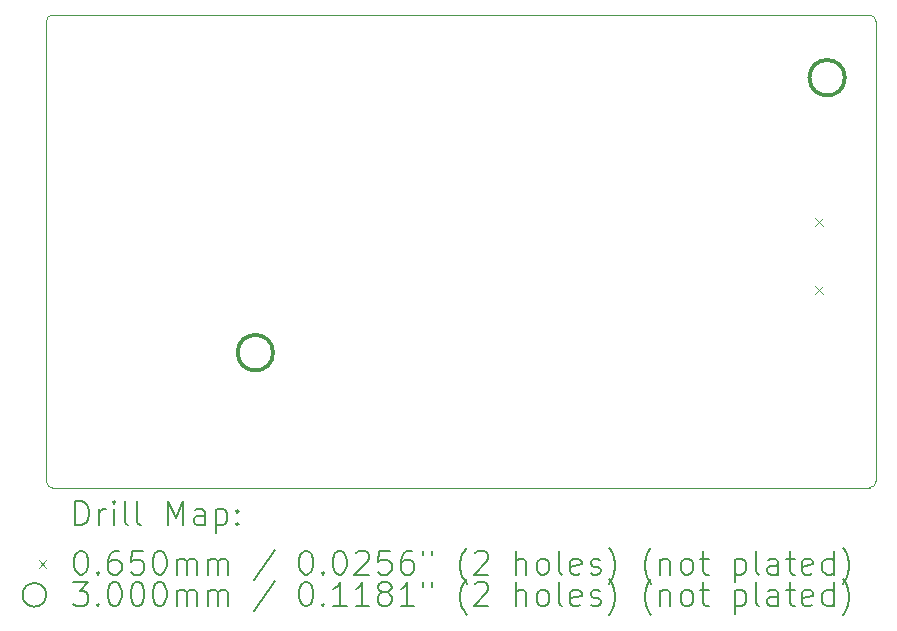
<source format=gbr>
%TF.GenerationSoftware,KiCad,Pcbnew,7.0.2-0*%
%TF.CreationDate,2023-05-07T22:08:23-05:00*%
%TF.ProjectId,spudglo_driver_v4p3,73707564-676c-46f5-9f64-72697665725f,rev?*%
%TF.SameCoordinates,Original*%
%TF.FileFunction,Drillmap*%
%TF.FilePolarity,Positive*%
%FSLAX45Y45*%
G04 Gerber Fmt 4.5, Leading zero omitted, Abs format (unit mm)*
G04 Created by KiCad (PCBNEW 7.0.2-0) date 2023-05-07 22:08:23*
%MOMM*%
%LPD*%
G01*
G04 APERTURE LIST*
%ADD10C,0.050000*%
%ADD11C,0.200000*%
%ADD12C,0.065000*%
%ADD13C,0.300000*%
G04 APERTURE END LIST*
D10*
X26488000Y-8750000D02*
X19568517Y-8751013D01*
X19567638Y-4748072D02*
X26487557Y-4748182D01*
X26540555Y-4802982D02*
G75*
G03*
X26487557Y-4748182I-55335J-488D01*
G01*
X19567638Y-4748072D02*
G75*
G03*
X19517638Y-4798872I2J-50008D01*
G01*
X19517638Y-4798872D02*
X19517717Y-8702013D01*
X26540557Y-4802982D02*
X26541000Y-8697000D01*
X26488000Y-8750000D02*
G75*
G03*
X26541000Y-8697000I-2350J55350D01*
G01*
X19517722Y-8702012D02*
G75*
G03*
X19568517Y-8751012I50008J1012D01*
G01*
D11*
D12*
X26028500Y-6465500D02*
X26093500Y-6530500D01*
X26093500Y-6465500D02*
X26028500Y-6530500D01*
X26028500Y-7043500D02*
X26093500Y-7108500D01*
X26093500Y-7043500D02*
X26028500Y-7108500D01*
D13*
X21436000Y-7607000D02*
G75*
G03*
X21436000Y-7607000I-150000J0D01*
G01*
X26277000Y-5279000D02*
G75*
G03*
X26277000Y-5279000I-150000J0D01*
G01*
D11*
X19762751Y-9066043D02*
X19762751Y-8866043D01*
X19762751Y-8866043D02*
X19810370Y-8866043D01*
X19810370Y-8866043D02*
X19838941Y-8875566D01*
X19838941Y-8875566D02*
X19857989Y-8894614D01*
X19857989Y-8894614D02*
X19867513Y-8913662D01*
X19867513Y-8913662D02*
X19877036Y-8951757D01*
X19877036Y-8951757D02*
X19877036Y-8980328D01*
X19877036Y-8980328D02*
X19867513Y-9018423D01*
X19867513Y-9018423D02*
X19857989Y-9037471D01*
X19857989Y-9037471D02*
X19838941Y-9056519D01*
X19838941Y-9056519D02*
X19810370Y-9066043D01*
X19810370Y-9066043D02*
X19762751Y-9066043D01*
X19962751Y-9066043D02*
X19962751Y-8932709D01*
X19962751Y-8970804D02*
X19972275Y-8951757D01*
X19972275Y-8951757D02*
X19981798Y-8942233D01*
X19981798Y-8942233D02*
X20000846Y-8932709D01*
X20000846Y-8932709D02*
X20019894Y-8932709D01*
X20086560Y-9066043D02*
X20086560Y-8932709D01*
X20086560Y-8866043D02*
X20077036Y-8875566D01*
X20077036Y-8875566D02*
X20086560Y-8885090D01*
X20086560Y-8885090D02*
X20096084Y-8875566D01*
X20096084Y-8875566D02*
X20086560Y-8866043D01*
X20086560Y-8866043D02*
X20086560Y-8885090D01*
X20210370Y-9066043D02*
X20191322Y-9056519D01*
X20191322Y-9056519D02*
X20181798Y-9037471D01*
X20181798Y-9037471D02*
X20181798Y-8866043D01*
X20315132Y-9066043D02*
X20296084Y-9056519D01*
X20296084Y-9056519D02*
X20286560Y-9037471D01*
X20286560Y-9037471D02*
X20286560Y-8866043D01*
X20543703Y-9066043D02*
X20543703Y-8866043D01*
X20543703Y-8866043D02*
X20610370Y-9008900D01*
X20610370Y-9008900D02*
X20677036Y-8866043D01*
X20677036Y-8866043D02*
X20677036Y-9066043D01*
X20857989Y-9066043D02*
X20857989Y-8961281D01*
X20857989Y-8961281D02*
X20848465Y-8942233D01*
X20848465Y-8942233D02*
X20829417Y-8932709D01*
X20829417Y-8932709D02*
X20791322Y-8932709D01*
X20791322Y-8932709D02*
X20772275Y-8942233D01*
X20857989Y-9056519D02*
X20838941Y-9066043D01*
X20838941Y-9066043D02*
X20791322Y-9066043D01*
X20791322Y-9066043D02*
X20772275Y-9056519D01*
X20772275Y-9056519D02*
X20762751Y-9037471D01*
X20762751Y-9037471D02*
X20762751Y-9018423D01*
X20762751Y-9018423D02*
X20772275Y-8999376D01*
X20772275Y-8999376D02*
X20791322Y-8989852D01*
X20791322Y-8989852D02*
X20838941Y-8989852D01*
X20838941Y-8989852D02*
X20857989Y-8980328D01*
X20953227Y-8932709D02*
X20953227Y-9132709D01*
X20953227Y-8942233D02*
X20972275Y-8932709D01*
X20972275Y-8932709D02*
X21010370Y-8932709D01*
X21010370Y-8932709D02*
X21029417Y-8942233D01*
X21029417Y-8942233D02*
X21038941Y-8951757D01*
X21038941Y-8951757D02*
X21048465Y-8970804D01*
X21048465Y-8970804D02*
X21048465Y-9027947D01*
X21048465Y-9027947D02*
X21038941Y-9046995D01*
X21038941Y-9046995D02*
X21029417Y-9056519D01*
X21029417Y-9056519D02*
X21010370Y-9066043D01*
X21010370Y-9066043D02*
X20972275Y-9066043D01*
X20972275Y-9066043D02*
X20953227Y-9056519D01*
X21134179Y-9046995D02*
X21143703Y-9056519D01*
X21143703Y-9056519D02*
X21134179Y-9066043D01*
X21134179Y-9066043D02*
X21124656Y-9056519D01*
X21124656Y-9056519D02*
X21134179Y-9046995D01*
X21134179Y-9046995D02*
X21134179Y-9066043D01*
X21134179Y-8942233D02*
X21143703Y-8951757D01*
X21143703Y-8951757D02*
X21134179Y-8961281D01*
X21134179Y-8961281D02*
X21124656Y-8951757D01*
X21124656Y-8951757D02*
X21134179Y-8942233D01*
X21134179Y-8942233D02*
X21134179Y-8961281D01*
D12*
X19450132Y-9361019D02*
X19515132Y-9426019D01*
X19515132Y-9361019D02*
X19450132Y-9426019D01*
D11*
X19800846Y-9286043D02*
X19819894Y-9286043D01*
X19819894Y-9286043D02*
X19838941Y-9295566D01*
X19838941Y-9295566D02*
X19848465Y-9305090D01*
X19848465Y-9305090D02*
X19857989Y-9324138D01*
X19857989Y-9324138D02*
X19867513Y-9362233D01*
X19867513Y-9362233D02*
X19867513Y-9409852D01*
X19867513Y-9409852D02*
X19857989Y-9447947D01*
X19857989Y-9447947D02*
X19848465Y-9466995D01*
X19848465Y-9466995D02*
X19838941Y-9476519D01*
X19838941Y-9476519D02*
X19819894Y-9486043D01*
X19819894Y-9486043D02*
X19800846Y-9486043D01*
X19800846Y-9486043D02*
X19781798Y-9476519D01*
X19781798Y-9476519D02*
X19772275Y-9466995D01*
X19772275Y-9466995D02*
X19762751Y-9447947D01*
X19762751Y-9447947D02*
X19753227Y-9409852D01*
X19753227Y-9409852D02*
X19753227Y-9362233D01*
X19753227Y-9362233D02*
X19762751Y-9324138D01*
X19762751Y-9324138D02*
X19772275Y-9305090D01*
X19772275Y-9305090D02*
X19781798Y-9295566D01*
X19781798Y-9295566D02*
X19800846Y-9286043D01*
X19953227Y-9466995D02*
X19962751Y-9476519D01*
X19962751Y-9476519D02*
X19953227Y-9486043D01*
X19953227Y-9486043D02*
X19943703Y-9476519D01*
X19943703Y-9476519D02*
X19953227Y-9466995D01*
X19953227Y-9466995D02*
X19953227Y-9486043D01*
X20134179Y-9286043D02*
X20096084Y-9286043D01*
X20096084Y-9286043D02*
X20077036Y-9295566D01*
X20077036Y-9295566D02*
X20067513Y-9305090D01*
X20067513Y-9305090D02*
X20048465Y-9333662D01*
X20048465Y-9333662D02*
X20038941Y-9371757D01*
X20038941Y-9371757D02*
X20038941Y-9447947D01*
X20038941Y-9447947D02*
X20048465Y-9466995D01*
X20048465Y-9466995D02*
X20057989Y-9476519D01*
X20057989Y-9476519D02*
X20077036Y-9486043D01*
X20077036Y-9486043D02*
X20115132Y-9486043D01*
X20115132Y-9486043D02*
X20134179Y-9476519D01*
X20134179Y-9476519D02*
X20143703Y-9466995D01*
X20143703Y-9466995D02*
X20153227Y-9447947D01*
X20153227Y-9447947D02*
X20153227Y-9400328D01*
X20153227Y-9400328D02*
X20143703Y-9381281D01*
X20143703Y-9381281D02*
X20134179Y-9371757D01*
X20134179Y-9371757D02*
X20115132Y-9362233D01*
X20115132Y-9362233D02*
X20077036Y-9362233D01*
X20077036Y-9362233D02*
X20057989Y-9371757D01*
X20057989Y-9371757D02*
X20048465Y-9381281D01*
X20048465Y-9381281D02*
X20038941Y-9400328D01*
X20334179Y-9286043D02*
X20238941Y-9286043D01*
X20238941Y-9286043D02*
X20229417Y-9381281D01*
X20229417Y-9381281D02*
X20238941Y-9371757D01*
X20238941Y-9371757D02*
X20257989Y-9362233D01*
X20257989Y-9362233D02*
X20305608Y-9362233D01*
X20305608Y-9362233D02*
X20324656Y-9371757D01*
X20324656Y-9371757D02*
X20334179Y-9381281D01*
X20334179Y-9381281D02*
X20343703Y-9400328D01*
X20343703Y-9400328D02*
X20343703Y-9447947D01*
X20343703Y-9447947D02*
X20334179Y-9466995D01*
X20334179Y-9466995D02*
X20324656Y-9476519D01*
X20324656Y-9476519D02*
X20305608Y-9486043D01*
X20305608Y-9486043D02*
X20257989Y-9486043D01*
X20257989Y-9486043D02*
X20238941Y-9476519D01*
X20238941Y-9476519D02*
X20229417Y-9466995D01*
X20467513Y-9286043D02*
X20486560Y-9286043D01*
X20486560Y-9286043D02*
X20505608Y-9295566D01*
X20505608Y-9295566D02*
X20515132Y-9305090D01*
X20515132Y-9305090D02*
X20524656Y-9324138D01*
X20524656Y-9324138D02*
X20534179Y-9362233D01*
X20534179Y-9362233D02*
X20534179Y-9409852D01*
X20534179Y-9409852D02*
X20524656Y-9447947D01*
X20524656Y-9447947D02*
X20515132Y-9466995D01*
X20515132Y-9466995D02*
X20505608Y-9476519D01*
X20505608Y-9476519D02*
X20486560Y-9486043D01*
X20486560Y-9486043D02*
X20467513Y-9486043D01*
X20467513Y-9486043D02*
X20448465Y-9476519D01*
X20448465Y-9476519D02*
X20438941Y-9466995D01*
X20438941Y-9466995D02*
X20429417Y-9447947D01*
X20429417Y-9447947D02*
X20419894Y-9409852D01*
X20419894Y-9409852D02*
X20419894Y-9362233D01*
X20419894Y-9362233D02*
X20429417Y-9324138D01*
X20429417Y-9324138D02*
X20438941Y-9305090D01*
X20438941Y-9305090D02*
X20448465Y-9295566D01*
X20448465Y-9295566D02*
X20467513Y-9286043D01*
X20619894Y-9486043D02*
X20619894Y-9352709D01*
X20619894Y-9371757D02*
X20629417Y-9362233D01*
X20629417Y-9362233D02*
X20648465Y-9352709D01*
X20648465Y-9352709D02*
X20677037Y-9352709D01*
X20677037Y-9352709D02*
X20696084Y-9362233D01*
X20696084Y-9362233D02*
X20705608Y-9381281D01*
X20705608Y-9381281D02*
X20705608Y-9486043D01*
X20705608Y-9381281D02*
X20715132Y-9362233D01*
X20715132Y-9362233D02*
X20734179Y-9352709D01*
X20734179Y-9352709D02*
X20762751Y-9352709D01*
X20762751Y-9352709D02*
X20781798Y-9362233D01*
X20781798Y-9362233D02*
X20791322Y-9381281D01*
X20791322Y-9381281D02*
X20791322Y-9486043D01*
X20886560Y-9486043D02*
X20886560Y-9352709D01*
X20886560Y-9371757D02*
X20896084Y-9362233D01*
X20896084Y-9362233D02*
X20915132Y-9352709D01*
X20915132Y-9352709D02*
X20943703Y-9352709D01*
X20943703Y-9352709D02*
X20962751Y-9362233D01*
X20962751Y-9362233D02*
X20972275Y-9381281D01*
X20972275Y-9381281D02*
X20972275Y-9486043D01*
X20972275Y-9381281D02*
X20981798Y-9362233D01*
X20981798Y-9362233D02*
X21000846Y-9352709D01*
X21000846Y-9352709D02*
X21029417Y-9352709D01*
X21029417Y-9352709D02*
X21048465Y-9362233D01*
X21048465Y-9362233D02*
X21057989Y-9381281D01*
X21057989Y-9381281D02*
X21057989Y-9486043D01*
X21448465Y-9276519D02*
X21277037Y-9533662D01*
X21705608Y-9286043D02*
X21724656Y-9286043D01*
X21724656Y-9286043D02*
X21743703Y-9295566D01*
X21743703Y-9295566D02*
X21753227Y-9305090D01*
X21753227Y-9305090D02*
X21762751Y-9324138D01*
X21762751Y-9324138D02*
X21772275Y-9362233D01*
X21772275Y-9362233D02*
X21772275Y-9409852D01*
X21772275Y-9409852D02*
X21762751Y-9447947D01*
X21762751Y-9447947D02*
X21753227Y-9466995D01*
X21753227Y-9466995D02*
X21743703Y-9476519D01*
X21743703Y-9476519D02*
X21724656Y-9486043D01*
X21724656Y-9486043D02*
X21705608Y-9486043D01*
X21705608Y-9486043D02*
X21686560Y-9476519D01*
X21686560Y-9476519D02*
X21677037Y-9466995D01*
X21677037Y-9466995D02*
X21667513Y-9447947D01*
X21667513Y-9447947D02*
X21657989Y-9409852D01*
X21657989Y-9409852D02*
X21657989Y-9362233D01*
X21657989Y-9362233D02*
X21667513Y-9324138D01*
X21667513Y-9324138D02*
X21677037Y-9305090D01*
X21677037Y-9305090D02*
X21686560Y-9295566D01*
X21686560Y-9295566D02*
X21705608Y-9286043D01*
X21857989Y-9466995D02*
X21867513Y-9476519D01*
X21867513Y-9476519D02*
X21857989Y-9486043D01*
X21857989Y-9486043D02*
X21848465Y-9476519D01*
X21848465Y-9476519D02*
X21857989Y-9466995D01*
X21857989Y-9466995D02*
X21857989Y-9486043D01*
X21991322Y-9286043D02*
X22010370Y-9286043D01*
X22010370Y-9286043D02*
X22029418Y-9295566D01*
X22029418Y-9295566D02*
X22038941Y-9305090D01*
X22038941Y-9305090D02*
X22048465Y-9324138D01*
X22048465Y-9324138D02*
X22057989Y-9362233D01*
X22057989Y-9362233D02*
X22057989Y-9409852D01*
X22057989Y-9409852D02*
X22048465Y-9447947D01*
X22048465Y-9447947D02*
X22038941Y-9466995D01*
X22038941Y-9466995D02*
X22029418Y-9476519D01*
X22029418Y-9476519D02*
X22010370Y-9486043D01*
X22010370Y-9486043D02*
X21991322Y-9486043D01*
X21991322Y-9486043D02*
X21972275Y-9476519D01*
X21972275Y-9476519D02*
X21962751Y-9466995D01*
X21962751Y-9466995D02*
X21953227Y-9447947D01*
X21953227Y-9447947D02*
X21943703Y-9409852D01*
X21943703Y-9409852D02*
X21943703Y-9362233D01*
X21943703Y-9362233D02*
X21953227Y-9324138D01*
X21953227Y-9324138D02*
X21962751Y-9305090D01*
X21962751Y-9305090D02*
X21972275Y-9295566D01*
X21972275Y-9295566D02*
X21991322Y-9286043D01*
X22134180Y-9305090D02*
X22143703Y-9295566D01*
X22143703Y-9295566D02*
X22162751Y-9286043D01*
X22162751Y-9286043D02*
X22210370Y-9286043D01*
X22210370Y-9286043D02*
X22229418Y-9295566D01*
X22229418Y-9295566D02*
X22238941Y-9305090D01*
X22238941Y-9305090D02*
X22248465Y-9324138D01*
X22248465Y-9324138D02*
X22248465Y-9343185D01*
X22248465Y-9343185D02*
X22238941Y-9371757D01*
X22238941Y-9371757D02*
X22124656Y-9486043D01*
X22124656Y-9486043D02*
X22248465Y-9486043D01*
X22429418Y-9286043D02*
X22334180Y-9286043D01*
X22334180Y-9286043D02*
X22324656Y-9381281D01*
X22324656Y-9381281D02*
X22334180Y-9371757D01*
X22334180Y-9371757D02*
X22353227Y-9362233D01*
X22353227Y-9362233D02*
X22400846Y-9362233D01*
X22400846Y-9362233D02*
X22419894Y-9371757D01*
X22419894Y-9371757D02*
X22429418Y-9381281D01*
X22429418Y-9381281D02*
X22438941Y-9400328D01*
X22438941Y-9400328D02*
X22438941Y-9447947D01*
X22438941Y-9447947D02*
X22429418Y-9466995D01*
X22429418Y-9466995D02*
X22419894Y-9476519D01*
X22419894Y-9476519D02*
X22400846Y-9486043D01*
X22400846Y-9486043D02*
X22353227Y-9486043D01*
X22353227Y-9486043D02*
X22334180Y-9476519D01*
X22334180Y-9476519D02*
X22324656Y-9466995D01*
X22610370Y-9286043D02*
X22572275Y-9286043D01*
X22572275Y-9286043D02*
X22553227Y-9295566D01*
X22553227Y-9295566D02*
X22543703Y-9305090D01*
X22543703Y-9305090D02*
X22524656Y-9333662D01*
X22524656Y-9333662D02*
X22515132Y-9371757D01*
X22515132Y-9371757D02*
X22515132Y-9447947D01*
X22515132Y-9447947D02*
X22524656Y-9466995D01*
X22524656Y-9466995D02*
X22534179Y-9476519D01*
X22534179Y-9476519D02*
X22553227Y-9486043D01*
X22553227Y-9486043D02*
X22591322Y-9486043D01*
X22591322Y-9486043D02*
X22610370Y-9476519D01*
X22610370Y-9476519D02*
X22619894Y-9466995D01*
X22619894Y-9466995D02*
X22629418Y-9447947D01*
X22629418Y-9447947D02*
X22629418Y-9400328D01*
X22629418Y-9400328D02*
X22619894Y-9381281D01*
X22619894Y-9381281D02*
X22610370Y-9371757D01*
X22610370Y-9371757D02*
X22591322Y-9362233D01*
X22591322Y-9362233D02*
X22553227Y-9362233D01*
X22553227Y-9362233D02*
X22534179Y-9371757D01*
X22534179Y-9371757D02*
X22524656Y-9381281D01*
X22524656Y-9381281D02*
X22515132Y-9400328D01*
X22705608Y-9286043D02*
X22705608Y-9324138D01*
X22781799Y-9286043D02*
X22781799Y-9324138D01*
X23077037Y-9562233D02*
X23067513Y-9552709D01*
X23067513Y-9552709D02*
X23048465Y-9524138D01*
X23048465Y-9524138D02*
X23038941Y-9505090D01*
X23038941Y-9505090D02*
X23029418Y-9476519D01*
X23029418Y-9476519D02*
X23019894Y-9428900D01*
X23019894Y-9428900D02*
X23019894Y-9390804D01*
X23019894Y-9390804D02*
X23029418Y-9343185D01*
X23029418Y-9343185D02*
X23038941Y-9314614D01*
X23038941Y-9314614D02*
X23048465Y-9295566D01*
X23048465Y-9295566D02*
X23067513Y-9266995D01*
X23067513Y-9266995D02*
X23077037Y-9257471D01*
X23143703Y-9305090D02*
X23153227Y-9295566D01*
X23153227Y-9295566D02*
X23172275Y-9286043D01*
X23172275Y-9286043D02*
X23219894Y-9286043D01*
X23219894Y-9286043D02*
X23238941Y-9295566D01*
X23238941Y-9295566D02*
X23248465Y-9305090D01*
X23248465Y-9305090D02*
X23257989Y-9324138D01*
X23257989Y-9324138D02*
X23257989Y-9343185D01*
X23257989Y-9343185D02*
X23248465Y-9371757D01*
X23248465Y-9371757D02*
X23134180Y-9486043D01*
X23134180Y-9486043D02*
X23257989Y-9486043D01*
X23496084Y-9486043D02*
X23496084Y-9286043D01*
X23581799Y-9486043D02*
X23581799Y-9381281D01*
X23581799Y-9381281D02*
X23572275Y-9362233D01*
X23572275Y-9362233D02*
X23553227Y-9352709D01*
X23553227Y-9352709D02*
X23524656Y-9352709D01*
X23524656Y-9352709D02*
X23505608Y-9362233D01*
X23505608Y-9362233D02*
X23496084Y-9371757D01*
X23705608Y-9486043D02*
X23686561Y-9476519D01*
X23686561Y-9476519D02*
X23677037Y-9466995D01*
X23677037Y-9466995D02*
X23667513Y-9447947D01*
X23667513Y-9447947D02*
X23667513Y-9390804D01*
X23667513Y-9390804D02*
X23677037Y-9371757D01*
X23677037Y-9371757D02*
X23686561Y-9362233D01*
X23686561Y-9362233D02*
X23705608Y-9352709D01*
X23705608Y-9352709D02*
X23734180Y-9352709D01*
X23734180Y-9352709D02*
X23753227Y-9362233D01*
X23753227Y-9362233D02*
X23762751Y-9371757D01*
X23762751Y-9371757D02*
X23772275Y-9390804D01*
X23772275Y-9390804D02*
X23772275Y-9447947D01*
X23772275Y-9447947D02*
X23762751Y-9466995D01*
X23762751Y-9466995D02*
X23753227Y-9476519D01*
X23753227Y-9476519D02*
X23734180Y-9486043D01*
X23734180Y-9486043D02*
X23705608Y-9486043D01*
X23886561Y-9486043D02*
X23867513Y-9476519D01*
X23867513Y-9476519D02*
X23857989Y-9457471D01*
X23857989Y-9457471D02*
X23857989Y-9286043D01*
X24038942Y-9476519D02*
X24019894Y-9486043D01*
X24019894Y-9486043D02*
X23981799Y-9486043D01*
X23981799Y-9486043D02*
X23962751Y-9476519D01*
X23962751Y-9476519D02*
X23953227Y-9457471D01*
X23953227Y-9457471D02*
X23953227Y-9381281D01*
X23953227Y-9381281D02*
X23962751Y-9362233D01*
X23962751Y-9362233D02*
X23981799Y-9352709D01*
X23981799Y-9352709D02*
X24019894Y-9352709D01*
X24019894Y-9352709D02*
X24038942Y-9362233D01*
X24038942Y-9362233D02*
X24048465Y-9381281D01*
X24048465Y-9381281D02*
X24048465Y-9400328D01*
X24048465Y-9400328D02*
X23953227Y-9419376D01*
X24124656Y-9476519D02*
X24143703Y-9486043D01*
X24143703Y-9486043D02*
X24181799Y-9486043D01*
X24181799Y-9486043D02*
X24200846Y-9476519D01*
X24200846Y-9476519D02*
X24210370Y-9457471D01*
X24210370Y-9457471D02*
X24210370Y-9447947D01*
X24210370Y-9447947D02*
X24200846Y-9428900D01*
X24200846Y-9428900D02*
X24181799Y-9419376D01*
X24181799Y-9419376D02*
X24153227Y-9419376D01*
X24153227Y-9419376D02*
X24134180Y-9409852D01*
X24134180Y-9409852D02*
X24124656Y-9390804D01*
X24124656Y-9390804D02*
X24124656Y-9381281D01*
X24124656Y-9381281D02*
X24134180Y-9362233D01*
X24134180Y-9362233D02*
X24153227Y-9352709D01*
X24153227Y-9352709D02*
X24181799Y-9352709D01*
X24181799Y-9352709D02*
X24200846Y-9362233D01*
X24277037Y-9562233D02*
X24286561Y-9552709D01*
X24286561Y-9552709D02*
X24305608Y-9524138D01*
X24305608Y-9524138D02*
X24315132Y-9505090D01*
X24315132Y-9505090D02*
X24324656Y-9476519D01*
X24324656Y-9476519D02*
X24334180Y-9428900D01*
X24334180Y-9428900D02*
X24334180Y-9390804D01*
X24334180Y-9390804D02*
X24324656Y-9343185D01*
X24324656Y-9343185D02*
X24315132Y-9314614D01*
X24315132Y-9314614D02*
X24305608Y-9295566D01*
X24305608Y-9295566D02*
X24286561Y-9266995D01*
X24286561Y-9266995D02*
X24277037Y-9257471D01*
X24638942Y-9562233D02*
X24629418Y-9552709D01*
X24629418Y-9552709D02*
X24610370Y-9524138D01*
X24610370Y-9524138D02*
X24600846Y-9505090D01*
X24600846Y-9505090D02*
X24591323Y-9476519D01*
X24591323Y-9476519D02*
X24581799Y-9428900D01*
X24581799Y-9428900D02*
X24581799Y-9390804D01*
X24581799Y-9390804D02*
X24591323Y-9343185D01*
X24591323Y-9343185D02*
X24600846Y-9314614D01*
X24600846Y-9314614D02*
X24610370Y-9295566D01*
X24610370Y-9295566D02*
X24629418Y-9266995D01*
X24629418Y-9266995D02*
X24638942Y-9257471D01*
X24715132Y-9352709D02*
X24715132Y-9486043D01*
X24715132Y-9371757D02*
X24724656Y-9362233D01*
X24724656Y-9362233D02*
X24743703Y-9352709D01*
X24743703Y-9352709D02*
X24772275Y-9352709D01*
X24772275Y-9352709D02*
X24791323Y-9362233D01*
X24791323Y-9362233D02*
X24800846Y-9381281D01*
X24800846Y-9381281D02*
X24800846Y-9486043D01*
X24924656Y-9486043D02*
X24905608Y-9476519D01*
X24905608Y-9476519D02*
X24896084Y-9466995D01*
X24896084Y-9466995D02*
X24886561Y-9447947D01*
X24886561Y-9447947D02*
X24886561Y-9390804D01*
X24886561Y-9390804D02*
X24896084Y-9371757D01*
X24896084Y-9371757D02*
X24905608Y-9362233D01*
X24905608Y-9362233D02*
X24924656Y-9352709D01*
X24924656Y-9352709D02*
X24953227Y-9352709D01*
X24953227Y-9352709D02*
X24972275Y-9362233D01*
X24972275Y-9362233D02*
X24981799Y-9371757D01*
X24981799Y-9371757D02*
X24991323Y-9390804D01*
X24991323Y-9390804D02*
X24991323Y-9447947D01*
X24991323Y-9447947D02*
X24981799Y-9466995D01*
X24981799Y-9466995D02*
X24972275Y-9476519D01*
X24972275Y-9476519D02*
X24953227Y-9486043D01*
X24953227Y-9486043D02*
X24924656Y-9486043D01*
X25048465Y-9352709D02*
X25124656Y-9352709D01*
X25077037Y-9286043D02*
X25077037Y-9457471D01*
X25077037Y-9457471D02*
X25086561Y-9476519D01*
X25086561Y-9476519D02*
X25105608Y-9486043D01*
X25105608Y-9486043D02*
X25124656Y-9486043D01*
X25343704Y-9352709D02*
X25343704Y-9552709D01*
X25343704Y-9362233D02*
X25362751Y-9352709D01*
X25362751Y-9352709D02*
X25400846Y-9352709D01*
X25400846Y-9352709D02*
X25419894Y-9362233D01*
X25419894Y-9362233D02*
X25429418Y-9371757D01*
X25429418Y-9371757D02*
X25438942Y-9390804D01*
X25438942Y-9390804D02*
X25438942Y-9447947D01*
X25438942Y-9447947D02*
X25429418Y-9466995D01*
X25429418Y-9466995D02*
X25419894Y-9476519D01*
X25419894Y-9476519D02*
X25400846Y-9486043D01*
X25400846Y-9486043D02*
X25362751Y-9486043D01*
X25362751Y-9486043D02*
X25343704Y-9476519D01*
X25553227Y-9486043D02*
X25534180Y-9476519D01*
X25534180Y-9476519D02*
X25524656Y-9457471D01*
X25524656Y-9457471D02*
X25524656Y-9286043D01*
X25715132Y-9486043D02*
X25715132Y-9381281D01*
X25715132Y-9381281D02*
X25705608Y-9362233D01*
X25705608Y-9362233D02*
X25686561Y-9352709D01*
X25686561Y-9352709D02*
X25648465Y-9352709D01*
X25648465Y-9352709D02*
X25629418Y-9362233D01*
X25715132Y-9476519D02*
X25696085Y-9486043D01*
X25696085Y-9486043D02*
X25648465Y-9486043D01*
X25648465Y-9486043D02*
X25629418Y-9476519D01*
X25629418Y-9476519D02*
X25619894Y-9457471D01*
X25619894Y-9457471D02*
X25619894Y-9438423D01*
X25619894Y-9438423D02*
X25629418Y-9419376D01*
X25629418Y-9419376D02*
X25648465Y-9409852D01*
X25648465Y-9409852D02*
X25696085Y-9409852D01*
X25696085Y-9409852D02*
X25715132Y-9400328D01*
X25781799Y-9352709D02*
X25857989Y-9352709D01*
X25810370Y-9286043D02*
X25810370Y-9457471D01*
X25810370Y-9457471D02*
X25819894Y-9476519D01*
X25819894Y-9476519D02*
X25838942Y-9486043D01*
X25838942Y-9486043D02*
X25857989Y-9486043D01*
X26000846Y-9476519D02*
X25981799Y-9486043D01*
X25981799Y-9486043D02*
X25943704Y-9486043D01*
X25943704Y-9486043D02*
X25924656Y-9476519D01*
X25924656Y-9476519D02*
X25915132Y-9457471D01*
X25915132Y-9457471D02*
X25915132Y-9381281D01*
X25915132Y-9381281D02*
X25924656Y-9362233D01*
X25924656Y-9362233D02*
X25943704Y-9352709D01*
X25943704Y-9352709D02*
X25981799Y-9352709D01*
X25981799Y-9352709D02*
X26000846Y-9362233D01*
X26000846Y-9362233D02*
X26010370Y-9381281D01*
X26010370Y-9381281D02*
X26010370Y-9400328D01*
X26010370Y-9400328D02*
X25915132Y-9419376D01*
X26181799Y-9486043D02*
X26181799Y-9286043D01*
X26181799Y-9476519D02*
X26162751Y-9486043D01*
X26162751Y-9486043D02*
X26124656Y-9486043D01*
X26124656Y-9486043D02*
X26105608Y-9476519D01*
X26105608Y-9476519D02*
X26096085Y-9466995D01*
X26096085Y-9466995D02*
X26086561Y-9447947D01*
X26086561Y-9447947D02*
X26086561Y-9390804D01*
X26086561Y-9390804D02*
X26096085Y-9371757D01*
X26096085Y-9371757D02*
X26105608Y-9362233D01*
X26105608Y-9362233D02*
X26124656Y-9352709D01*
X26124656Y-9352709D02*
X26162751Y-9352709D01*
X26162751Y-9352709D02*
X26181799Y-9362233D01*
X26257989Y-9562233D02*
X26267513Y-9552709D01*
X26267513Y-9552709D02*
X26286561Y-9524138D01*
X26286561Y-9524138D02*
X26296085Y-9505090D01*
X26296085Y-9505090D02*
X26305608Y-9476519D01*
X26305608Y-9476519D02*
X26315132Y-9428900D01*
X26315132Y-9428900D02*
X26315132Y-9390804D01*
X26315132Y-9390804D02*
X26305608Y-9343185D01*
X26305608Y-9343185D02*
X26296085Y-9314614D01*
X26296085Y-9314614D02*
X26286561Y-9295566D01*
X26286561Y-9295566D02*
X26267513Y-9266995D01*
X26267513Y-9266995D02*
X26257989Y-9257471D01*
X19515132Y-9657519D02*
G75*
G03*
X19515132Y-9657519I-100000J0D01*
G01*
X19743703Y-9550043D02*
X19867513Y-9550043D01*
X19867513Y-9550043D02*
X19800846Y-9626233D01*
X19800846Y-9626233D02*
X19829417Y-9626233D01*
X19829417Y-9626233D02*
X19848465Y-9635757D01*
X19848465Y-9635757D02*
X19857989Y-9645281D01*
X19857989Y-9645281D02*
X19867513Y-9664328D01*
X19867513Y-9664328D02*
X19867513Y-9711947D01*
X19867513Y-9711947D02*
X19857989Y-9730995D01*
X19857989Y-9730995D02*
X19848465Y-9740519D01*
X19848465Y-9740519D02*
X19829417Y-9750043D01*
X19829417Y-9750043D02*
X19772275Y-9750043D01*
X19772275Y-9750043D02*
X19753227Y-9740519D01*
X19753227Y-9740519D02*
X19743703Y-9730995D01*
X19953227Y-9730995D02*
X19962751Y-9740519D01*
X19962751Y-9740519D02*
X19953227Y-9750043D01*
X19953227Y-9750043D02*
X19943703Y-9740519D01*
X19943703Y-9740519D02*
X19953227Y-9730995D01*
X19953227Y-9730995D02*
X19953227Y-9750043D01*
X20086560Y-9550043D02*
X20105608Y-9550043D01*
X20105608Y-9550043D02*
X20124656Y-9559566D01*
X20124656Y-9559566D02*
X20134179Y-9569090D01*
X20134179Y-9569090D02*
X20143703Y-9588138D01*
X20143703Y-9588138D02*
X20153227Y-9626233D01*
X20153227Y-9626233D02*
X20153227Y-9673852D01*
X20153227Y-9673852D02*
X20143703Y-9711947D01*
X20143703Y-9711947D02*
X20134179Y-9730995D01*
X20134179Y-9730995D02*
X20124656Y-9740519D01*
X20124656Y-9740519D02*
X20105608Y-9750043D01*
X20105608Y-9750043D02*
X20086560Y-9750043D01*
X20086560Y-9750043D02*
X20067513Y-9740519D01*
X20067513Y-9740519D02*
X20057989Y-9730995D01*
X20057989Y-9730995D02*
X20048465Y-9711947D01*
X20048465Y-9711947D02*
X20038941Y-9673852D01*
X20038941Y-9673852D02*
X20038941Y-9626233D01*
X20038941Y-9626233D02*
X20048465Y-9588138D01*
X20048465Y-9588138D02*
X20057989Y-9569090D01*
X20057989Y-9569090D02*
X20067513Y-9559566D01*
X20067513Y-9559566D02*
X20086560Y-9550043D01*
X20277036Y-9550043D02*
X20296084Y-9550043D01*
X20296084Y-9550043D02*
X20315132Y-9559566D01*
X20315132Y-9559566D02*
X20324656Y-9569090D01*
X20324656Y-9569090D02*
X20334179Y-9588138D01*
X20334179Y-9588138D02*
X20343703Y-9626233D01*
X20343703Y-9626233D02*
X20343703Y-9673852D01*
X20343703Y-9673852D02*
X20334179Y-9711947D01*
X20334179Y-9711947D02*
X20324656Y-9730995D01*
X20324656Y-9730995D02*
X20315132Y-9740519D01*
X20315132Y-9740519D02*
X20296084Y-9750043D01*
X20296084Y-9750043D02*
X20277036Y-9750043D01*
X20277036Y-9750043D02*
X20257989Y-9740519D01*
X20257989Y-9740519D02*
X20248465Y-9730995D01*
X20248465Y-9730995D02*
X20238941Y-9711947D01*
X20238941Y-9711947D02*
X20229417Y-9673852D01*
X20229417Y-9673852D02*
X20229417Y-9626233D01*
X20229417Y-9626233D02*
X20238941Y-9588138D01*
X20238941Y-9588138D02*
X20248465Y-9569090D01*
X20248465Y-9569090D02*
X20257989Y-9559566D01*
X20257989Y-9559566D02*
X20277036Y-9550043D01*
X20467513Y-9550043D02*
X20486560Y-9550043D01*
X20486560Y-9550043D02*
X20505608Y-9559566D01*
X20505608Y-9559566D02*
X20515132Y-9569090D01*
X20515132Y-9569090D02*
X20524656Y-9588138D01*
X20524656Y-9588138D02*
X20534179Y-9626233D01*
X20534179Y-9626233D02*
X20534179Y-9673852D01*
X20534179Y-9673852D02*
X20524656Y-9711947D01*
X20524656Y-9711947D02*
X20515132Y-9730995D01*
X20515132Y-9730995D02*
X20505608Y-9740519D01*
X20505608Y-9740519D02*
X20486560Y-9750043D01*
X20486560Y-9750043D02*
X20467513Y-9750043D01*
X20467513Y-9750043D02*
X20448465Y-9740519D01*
X20448465Y-9740519D02*
X20438941Y-9730995D01*
X20438941Y-9730995D02*
X20429417Y-9711947D01*
X20429417Y-9711947D02*
X20419894Y-9673852D01*
X20419894Y-9673852D02*
X20419894Y-9626233D01*
X20419894Y-9626233D02*
X20429417Y-9588138D01*
X20429417Y-9588138D02*
X20438941Y-9569090D01*
X20438941Y-9569090D02*
X20448465Y-9559566D01*
X20448465Y-9559566D02*
X20467513Y-9550043D01*
X20619894Y-9750043D02*
X20619894Y-9616709D01*
X20619894Y-9635757D02*
X20629417Y-9626233D01*
X20629417Y-9626233D02*
X20648465Y-9616709D01*
X20648465Y-9616709D02*
X20677037Y-9616709D01*
X20677037Y-9616709D02*
X20696084Y-9626233D01*
X20696084Y-9626233D02*
X20705608Y-9645281D01*
X20705608Y-9645281D02*
X20705608Y-9750043D01*
X20705608Y-9645281D02*
X20715132Y-9626233D01*
X20715132Y-9626233D02*
X20734179Y-9616709D01*
X20734179Y-9616709D02*
X20762751Y-9616709D01*
X20762751Y-9616709D02*
X20781798Y-9626233D01*
X20781798Y-9626233D02*
X20791322Y-9645281D01*
X20791322Y-9645281D02*
X20791322Y-9750043D01*
X20886560Y-9750043D02*
X20886560Y-9616709D01*
X20886560Y-9635757D02*
X20896084Y-9626233D01*
X20896084Y-9626233D02*
X20915132Y-9616709D01*
X20915132Y-9616709D02*
X20943703Y-9616709D01*
X20943703Y-9616709D02*
X20962751Y-9626233D01*
X20962751Y-9626233D02*
X20972275Y-9645281D01*
X20972275Y-9645281D02*
X20972275Y-9750043D01*
X20972275Y-9645281D02*
X20981798Y-9626233D01*
X20981798Y-9626233D02*
X21000846Y-9616709D01*
X21000846Y-9616709D02*
X21029417Y-9616709D01*
X21029417Y-9616709D02*
X21048465Y-9626233D01*
X21048465Y-9626233D02*
X21057989Y-9645281D01*
X21057989Y-9645281D02*
X21057989Y-9750043D01*
X21448465Y-9540519D02*
X21277037Y-9797662D01*
X21705608Y-9550043D02*
X21724656Y-9550043D01*
X21724656Y-9550043D02*
X21743703Y-9559566D01*
X21743703Y-9559566D02*
X21753227Y-9569090D01*
X21753227Y-9569090D02*
X21762751Y-9588138D01*
X21762751Y-9588138D02*
X21772275Y-9626233D01*
X21772275Y-9626233D02*
X21772275Y-9673852D01*
X21772275Y-9673852D02*
X21762751Y-9711947D01*
X21762751Y-9711947D02*
X21753227Y-9730995D01*
X21753227Y-9730995D02*
X21743703Y-9740519D01*
X21743703Y-9740519D02*
X21724656Y-9750043D01*
X21724656Y-9750043D02*
X21705608Y-9750043D01*
X21705608Y-9750043D02*
X21686560Y-9740519D01*
X21686560Y-9740519D02*
X21677037Y-9730995D01*
X21677037Y-9730995D02*
X21667513Y-9711947D01*
X21667513Y-9711947D02*
X21657989Y-9673852D01*
X21657989Y-9673852D02*
X21657989Y-9626233D01*
X21657989Y-9626233D02*
X21667513Y-9588138D01*
X21667513Y-9588138D02*
X21677037Y-9569090D01*
X21677037Y-9569090D02*
X21686560Y-9559566D01*
X21686560Y-9559566D02*
X21705608Y-9550043D01*
X21857989Y-9730995D02*
X21867513Y-9740519D01*
X21867513Y-9740519D02*
X21857989Y-9750043D01*
X21857989Y-9750043D02*
X21848465Y-9740519D01*
X21848465Y-9740519D02*
X21857989Y-9730995D01*
X21857989Y-9730995D02*
X21857989Y-9750043D01*
X22057989Y-9750043D02*
X21943703Y-9750043D01*
X22000846Y-9750043D02*
X22000846Y-9550043D01*
X22000846Y-9550043D02*
X21981799Y-9578614D01*
X21981799Y-9578614D02*
X21962751Y-9597662D01*
X21962751Y-9597662D02*
X21943703Y-9607185D01*
X22248465Y-9750043D02*
X22134180Y-9750043D01*
X22191322Y-9750043D02*
X22191322Y-9550043D01*
X22191322Y-9550043D02*
X22172275Y-9578614D01*
X22172275Y-9578614D02*
X22153227Y-9597662D01*
X22153227Y-9597662D02*
X22134180Y-9607185D01*
X22362751Y-9635757D02*
X22343703Y-9626233D01*
X22343703Y-9626233D02*
X22334180Y-9616709D01*
X22334180Y-9616709D02*
X22324656Y-9597662D01*
X22324656Y-9597662D02*
X22324656Y-9588138D01*
X22324656Y-9588138D02*
X22334180Y-9569090D01*
X22334180Y-9569090D02*
X22343703Y-9559566D01*
X22343703Y-9559566D02*
X22362751Y-9550043D01*
X22362751Y-9550043D02*
X22400846Y-9550043D01*
X22400846Y-9550043D02*
X22419894Y-9559566D01*
X22419894Y-9559566D02*
X22429418Y-9569090D01*
X22429418Y-9569090D02*
X22438941Y-9588138D01*
X22438941Y-9588138D02*
X22438941Y-9597662D01*
X22438941Y-9597662D02*
X22429418Y-9616709D01*
X22429418Y-9616709D02*
X22419894Y-9626233D01*
X22419894Y-9626233D02*
X22400846Y-9635757D01*
X22400846Y-9635757D02*
X22362751Y-9635757D01*
X22362751Y-9635757D02*
X22343703Y-9645281D01*
X22343703Y-9645281D02*
X22334180Y-9654804D01*
X22334180Y-9654804D02*
X22324656Y-9673852D01*
X22324656Y-9673852D02*
X22324656Y-9711947D01*
X22324656Y-9711947D02*
X22334180Y-9730995D01*
X22334180Y-9730995D02*
X22343703Y-9740519D01*
X22343703Y-9740519D02*
X22362751Y-9750043D01*
X22362751Y-9750043D02*
X22400846Y-9750043D01*
X22400846Y-9750043D02*
X22419894Y-9740519D01*
X22419894Y-9740519D02*
X22429418Y-9730995D01*
X22429418Y-9730995D02*
X22438941Y-9711947D01*
X22438941Y-9711947D02*
X22438941Y-9673852D01*
X22438941Y-9673852D02*
X22429418Y-9654804D01*
X22429418Y-9654804D02*
X22419894Y-9645281D01*
X22419894Y-9645281D02*
X22400846Y-9635757D01*
X22629418Y-9750043D02*
X22515132Y-9750043D01*
X22572275Y-9750043D02*
X22572275Y-9550043D01*
X22572275Y-9550043D02*
X22553227Y-9578614D01*
X22553227Y-9578614D02*
X22534179Y-9597662D01*
X22534179Y-9597662D02*
X22515132Y-9607185D01*
X22705608Y-9550043D02*
X22705608Y-9588138D01*
X22781799Y-9550043D02*
X22781799Y-9588138D01*
X23077037Y-9826233D02*
X23067513Y-9816709D01*
X23067513Y-9816709D02*
X23048465Y-9788138D01*
X23048465Y-9788138D02*
X23038941Y-9769090D01*
X23038941Y-9769090D02*
X23029418Y-9740519D01*
X23029418Y-9740519D02*
X23019894Y-9692900D01*
X23019894Y-9692900D02*
X23019894Y-9654804D01*
X23019894Y-9654804D02*
X23029418Y-9607185D01*
X23029418Y-9607185D02*
X23038941Y-9578614D01*
X23038941Y-9578614D02*
X23048465Y-9559566D01*
X23048465Y-9559566D02*
X23067513Y-9530995D01*
X23067513Y-9530995D02*
X23077037Y-9521471D01*
X23143703Y-9569090D02*
X23153227Y-9559566D01*
X23153227Y-9559566D02*
X23172275Y-9550043D01*
X23172275Y-9550043D02*
X23219894Y-9550043D01*
X23219894Y-9550043D02*
X23238941Y-9559566D01*
X23238941Y-9559566D02*
X23248465Y-9569090D01*
X23248465Y-9569090D02*
X23257989Y-9588138D01*
X23257989Y-9588138D02*
X23257989Y-9607185D01*
X23257989Y-9607185D02*
X23248465Y-9635757D01*
X23248465Y-9635757D02*
X23134180Y-9750043D01*
X23134180Y-9750043D02*
X23257989Y-9750043D01*
X23496084Y-9750043D02*
X23496084Y-9550043D01*
X23581799Y-9750043D02*
X23581799Y-9645281D01*
X23581799Y-9645281D02*
X23572275Y-9626233D01*
X23572275Y-9626233D02*
X23553227Y-9616709D01*
X23553227Y-9616709D02*
X23524656Y-9616709D01*
X23524656Y-9616709D02*
X23505608Y-9626233D01*
X23505608Y-9626233D02*
X23496084Y-9635757D01*
X23705608Y-9750043D02*
X23686561Y-9740519D01*
X23686561Y-9740519D02*
X23677037Y-9730995D01*
X23677037Y-9730995D02*
X23667513Y-9711947D01*
X23667513Y-9711947D02*
X23667513Y-9654804D01*
X23667513Y-9654804D02*
X23677037Y-9635757D01*
X23677037Y-9635757D02*
X23686561Y-9626233D01*
X23686561Y-9626233D02*
X23705608Y-9616709D01*
X23705608Y-9616709D02*
X23734180Y-9616709D01*
X23734180Y-9616709D02*
X23753227Y-9626233D01*
X23753227Y-9626233D02*
X23762751Y-9635757D01*
X23762751Y-9635757D02*
X23772275Y-9654804D01*
X23772275Y-9654804D02*
X23772275Y-9711947D01*
X23772275Y-9711947D02*
X23762751Y-9730995D01*
X23762751Y-9730995D02*
X23753227Y-9740519D01*
X23753227Y-9740519D02*
X23734180Y-9750043D01*
X23734180Y-9750043D02*
X23705608Y-9750043D01*
X23886561Y-9750043D02*
X23867513Y-9740519D01*
X23867513Y-9740519D02*
X23857989Y-9721471D01*
X23857989Y-9721471D02*
X23857989Y-9550043D01*
X24038942Y-9740519D02*
X24019894Y-9750043D01*
X24019894Y-9750043D02*
X23981799Y-9750043D01*
X23981799Y-9750043D02*
X23962751Y-9740519D01*
X23962751Y-9740519D02*
X23953227Y-9721471D01*
X23953227Y-9721471D02*
X23953227Y-9645281D01*
X23953227Y-9645281D02*
X23962751Y-9626233D01*
X23962751Y-9626233D02*
X23981799Y-9616709D01*
X23981799Y-9616709D02*
X24019894Y-9616709D01*
X24019894Y-9616709D02*
X24038942Y-9626233D01*
X24038942Y-9626233D02*
X24048465Y-9645281D01*
X24048465Y-9645281D02*
X24048465Y-9664328D01*
X24048465Y-9664328D02*
X23953227Y-9683376D01*
X24124656Y-9740519D02*
X24143703Y-9750043D01*
X24143703Y-9750043D02*
X24181799Y-9750043D01*
X24181799Y-9750043D02*
X24200846Y-9740519D01*
X24200846Y-9740519D02*
X24210370Y-9721471D01*
X24210370Y-9721471D02*
X24210370Y-9711947D01*
X24210370Y-9711947D02*
X24200846Y-9692900D01*
X24200846Y-9692900D02*
X24181799Y-9683376D01*
X24181799Y-9683376D02*
X24153227Y-9683376D01*
X24153227Y-9683376D02*
X24134180Y-9673852D01*
X24134180Y-9673852D02*
X24124656Y-9654804D01*
X24124656Y-9654804D02*
X24124656Y-9645281D01*
X24124656Y-9645281D02*
X24134180Y-9626233D01*
X24134180Y-9626233D02*
X24153227Y-9616709D01*
X24153227Y-9616709D02*
X24181799Y-9616709D01*
X24181799Y-9616709D02*
X24200846Y-9626233D01*
X24277037Y-9826233D02*
X24286561Y-9816709D01*
X24286561Y-9816709D02*
X24305608Y-9788138D01*
X24305608Y-9788138D02*
X24315132Y-9769090D01*
X24315132Y-9769090D02*
X24324656Y-9740519D01*
X24324656Y-9740519D02*
X24334180Y-9692900D01*
X24334180Y-9692900D02*
X24334180Y-9654804D01*
X24334180Y-9654804D02*
X24324656Y-9607185D01*
X24324656Y-9607185D02*
X24315132Y-9578614D01*
X24315132Y-9578614D02*
X24305608Y-9559566D01*
X24305608Y-9559566D02*
X24286561Y-9530995D01*
X24286561Y-9530995D02*
X24277037Y-9521471D01*
X24638942Y-9826233D02*
X24629418Y-9816709D01*
X24629418Y-9816709D02*
X24610370Y-9788138D01*
X24610370Y-9788138D02*
X24600846Y-9769090D01*
X24600846Y-9769090D02*
X24591323Y-9740519D01*
X24591323Y-9740519D02*
X24581799Y-9692900D01*
X24581799Y-9692900D02*
X24581799Y-9654804D01*
X24581799Y-9654804D02*
X24591323Y-9607185D01*
X24591323Y-9607185D02*
X24600846Y-9578614D01*
X24600846Y-9578614D02*
X24610370Y-9559566D01*
X24610370Y-9559566D02*
X24629418Y-9530995D01*
X24629418Y-9530995D02*
X24638942Y-9521471D01*
X24715132Y-9616709D02*
X24715132Y-9750043D01*
X24715132Y-9635757D02*
X24724656Y-9626233D01*
X24724656Y-9626233D02*
X24743703Y-9616709D01*
X24743703Y-9616709D02*
X24772275Y-9616709D01*
X24772275Y-9616709D02*
X24791323Y-9626233D01*
X24791323Y-9626233D02*
X24800846Y-9645281D01*
X24800846Y-9645281D02*
X24800846Y-9750043D01*
X24924656Y-9750043D02*
X24905608Y-9740519D01*
X24905608Y-9740519D02*
X24896084Y-9730995D01*
X24896084Y-9730995D02*
X24886561Y-9711947D01*
X24886561Y-9711947D02*
X24886561Y-9654804D01*
X24886561Y-9654804D02*
X24896084Y-9635757D01*
X24896084Y-9635757D02*
X24905608Y-9626233D01*
X24905608Y-9626233D02*
X24924656Y-9616709D01*
X24924656Y-9616709D02*
X24953227Y-9616709D01*
X24953227Y-9616709D02*
X24972275Y-9626233D01*
X24972275Y-9626233D02*
X24981799Y-9635757D01*
X24981799Y-9635757D02*
X24991323Y-9654804D01*
X24991323Y-9654804D02*
X24991323Y-9711947D01*
X24991323Y-9711947D02*
X24981799Y-9730995D01*
X24981799Y-9730995D02*
X24972275Y-9740519D01*
X24972275Y-9740519D02*
X24953227Y-9750043D01*
X24953227Y-9750043D02*
X24924656Y-9750043D01*
X25048465Y-9616709D02*
X25124656Y-9616709D01*
X25077037Y-9550043D02*
X25077037Y-9721471D01*
X25077037Y-9721471D02*
X25086561Y-9740519D01*
X25086561Y-9740519D02*
X25105608Y-9750043D01*
X25105608Y-9750043D02*
X25124656Y-9750043D01*
X25343704Y-9616709D02*
X25343704Y-9816709D01*
X25343704Y-9626233D02*
X25362751Y-9616709D01*
X25362751Y-9616709D02*
X25400846Y-9616709D01*
X25400846Y-9616709D02*
X25419894Y-9626233D01*
X25419894Y-9626233D02*
X25429418Y-9635757D01*
X25429418Y-9635757D02*
X25438942Y-9654804D01*
X25438942Y-9654804D02*
X25438942Y-9711947D01*
X25438942Y-9711947D02*
X25429418Y-9730995D01*
X25429418Y-9730995D02*
X25419894Y-9740519D01*
X25419894Y-9740519D02*
X25400846Y-9750043D01*
X25400846Y-9750043D02*
X25362751Y-9750043D01*
X25362751Y-9750043D02*
X25343704Y-9740519D01*
X25553227Y-9750043D02*
X25534180Y-9740519D01*
X25534180Y-9740519D02*
X25524656Y-9721471D01*
X25524656Y-9721471D02*
X25524656Y-9550043D01*
X25715132Y-9750043D02*
X25715132Y-9645281D01*
X25715132Y-9645281D02*
X25705608Y-9626233D01*
X25705608Y-9626233D02*
X25686561Y-9616709D01*
X25686561Y-9616709D02*
X25648465Y-9616709D01*
X25648465Y-9616709D02*
X25629418Y-9626233D01*
X25715132Y-9740519D02*
X25696085Y-9750043D01*
X25696085Y-9750043D02*
X25648465Y-9750043D01*
X25648465Y-9750043D02*
X25629418Y-9740519D01*
X25629418Y-9740519D02*
X25619894Y-9721471D01*
X25619894Y-9721471D02*
X25619894Y-9702423D01*
X25619894Y-9702423D02*
X25629418Y-9683376D01*
X25629418Y-9683376D02*
X25648465Y-9673852D01*
X25648465Y-9673852D02*
X25696085Y-9673852D01*
X25696085Y-9673852D02*
X25715132Y-9664328D01*
X25781799Y-9616709D02*
X25857989Y-9616709D01*
X25810370Y-9550043D02*
X25810370Y-9721471D01*
X25810370Y-9721471D02*
X25819894Y-9740519D01*
X25819894Y-9740519D02*
X25838942Y-9750043D01*
X25838942Y-9750043D02*
X25857989Y-9750043D01*
X26000846Y-9740519D02*
X25981799Y-9750043D01*
X25981799Y-9750043D02*
X25943704Y-9750043D01*
X25943704Y-9750043D02*
X25924656Y-9740519D01*
X25924656Y-9740519D02*
X25915132Y-9721471D01*
X25915132Y-9721471D02*
X25915132Y-9645281D01*
X25915132Y-9645281D02*
X25924656Y-9626233D01*
X25924656Y-9626233D02*
X25943704Y-9616709D01*
X25943704Y-9616709D02*
X25981799Y-9616709D01*
X25981799Y-9616709D02*
X26000846Y-9626233D01*
X26000846Y-9626233D02*
X26010370Y-9645281D01*
X26010370Y-9645281D02*
X26010370Y-9664328D01*
X26010370Y-9664328D02*
X25915132Y-9683376D01*
X26181799Y-9750043D02*
X26181799Y-9550043D01*
X26181799Y-9740519D02*
X26162751Y-9750043D01*
X26162751Y-9750043D02*
X26124656Y-9750043D01*
X26124656Y-9750043D02*
X26105608Y-9740519D01*
X26105608Y-9740519D02*
X26096085Y-9730995D01*
X26096085Y-9730995D02*
X26086561Y-9711947D01*
X26086561Y-9711947D02*
X26086561Y-9654804D01*
X26086561Y-9654804D02*
X26096085Y-9635757D01*
X26096085Y-9635757D02*
X26105608Y-9626233D01*
X26105608Y-9626233D02*
X26124656Y-9616709D01*
X26124656Y-9616709D02*
X26162751Y-9616709D01*
X26162751Y-9616709D02*
X26181799Y-9626233D01*
X26257989Y-9826233D02*
X26267513Y-9816709D01*
X26267513Y-9816709D02*
X26286561Y-9788138D01*
X26286561Y-9788138D02*
X26296085Y-9769090D01*
X26296085Y-9769090D02*
X26305608Y-9740519D01*
X26305608Y-9740519D02*
X26315132Y-9692900D01*
X26315132Y-9692900D02*
X26315132Y-9654804D01*
X26315132Y-9654804D02*
X26305608Y-9607185D01*
X26305608Y-9607185D02*
X26296085Y-9578614D01*
X26296085Y-9578614D02*
X26286561Y-9559566D01*
X26286561Y-9559566D02*
X26267513Y-9530995D01*
X26267513Y-9530995D02*
X26257989Y-9521471D01*
M02*

</source>
